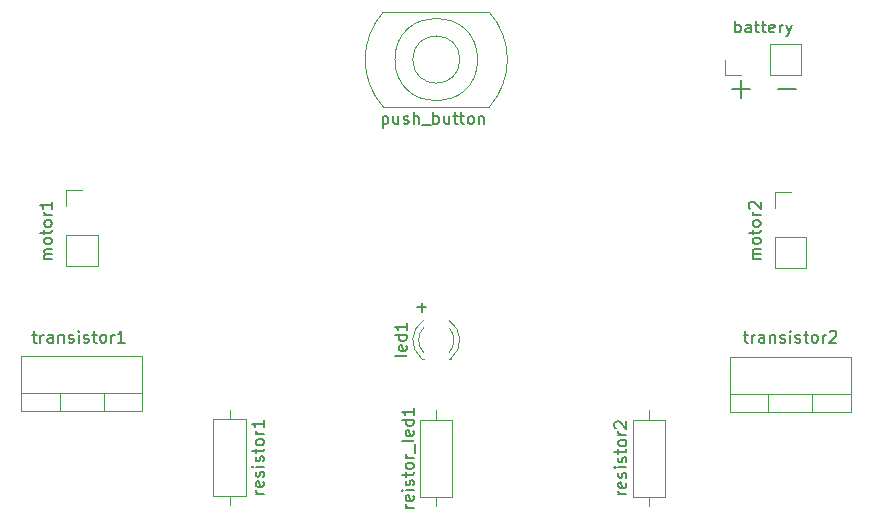
<source format=gbr>
%TF.GenerationSoftware,KiCad,Pcbnew,8.0.6*%
%TF.CreationDate,2024-11-17T18:19:46+01:00*%
%TF.ProjectId,MakerBot,4d616b65-7242-46f7-942e-6b696361645f,rev?*%
%TF.SameCoordinates,Original*%
%TF.FileFunction,Legend,Top*%
%TF.FilePolarity,Positive*%
%FSLAX46Y46*%
G04 Gerber Fmt 4.6, Leading zero omitted, Abs format (unit mm)*
G04 Created by KiCad (PCBNEW 8.0.6) date 2024-11-17 18:19:46*
%MOMM*%
%LPD*%
G01*
G04 APERTURE LIST*
%ADD10C,0.150000*%
%ADD11C,0.120000*%
%ADD12C,0.100000*%
G04 APERTURE END LIST*
D10*
X189163220Y-75988866D02*
X188401316Y-75988866D01*
X188782268Y-76369819D02*
X188782268Y-75607914D01*
X215074874Y-57485533D02*
X216598684Y-57485533D01*
X215836779Y-58247438D02*
X215836779Y-56723628D01*
X220425125Y-57485533D02*
X218901316Y-57485533D01*
X188084819Y-92940476D02*
X187418152Y-92940476D01*
X187608628Y-92940476D02*
X187513390Y-92892857D01*
X187513390Y-92892857D02*
X187465771Y-92845238D01*
X187465771Y-92845238D02*
X187418152Y-92750000D01*
X187418152Y-92750000D02*
X187418152Y-92654762D01*
X188037200Y-91940476D02*
X188084819Y-92035714D01*
X188084819Y-92035714D02*
X188084819Y-92226190D01*
X188084819Y-92226190D02*
X188037200Y-92321428D01*
X188037200Y-92321428D02*
X187941961Y-92369047D01*
X187941961Y-92369047D02*
X187561009Y-92369047D01*
X187561009Y-92369047D02*
X187465771Y-92321428D01*
X187465771Y-92321428D02*
X187418152Y-92226190D01*
X187418152Y-92226190D02*
X187418152Y-92035714D01*
X187418152Y-92035714D02*
X187465771Y-91940476D01*
X187465771Y-91940476D02*
X187561009Y-91892857D01*
X187561009Y-91892857D02*
X187656247Y-91892857D01*
X187656247Y-91892857D02*
X187751485Y-92369047D01*
X188084819Y-91464285D02*
X187418152Y-91464285D01*
X187084819Y-91464285D02*
X187132438Y-91511904D01*
X187132438Y-91511904D02*
X187180057Y-91464285D01*
X187180057Y-91464285D02*
X187132438Y-91416666D01*
X187132438Y-91416666D02*
X187084819Y-91464285D01*
X187084819Y-91464285D02*
X187180057Y-91464285D01*
X188037200Y-91035714D02*
X188084819Y-90940476D01*
X188084819Y-90940476D02*
X188084819Y-90750000D01*
X188084819Y-90750000D02*
X188037200Y-90654762D01*
X188037200Y-90654762D02*
X187941961Y-90607143D01*
X187941961Y-90607143D02*
X187894342Y-90607143D01*
X187894342Y-90607143D02*
X187799104Y-90654762D01*
X187799104Y-90654762D02*
X187751485Y-90750000D01*
X187751485Y-90750000D02*
X187751485Y-90892857D01*
X187751485Y-90892857D02*
X187703866Y-90988095D01*
X187703866Y-90988095D02*
X187608628Y-91035714D01*
X187608628Y-91035714D02*
X187561009Y-91035714D01*
X187561009Y-91035714D02*
X187465771Y-90988095D01*
X187465771Y-90988095D02*
X187418152Y-90892857D01*
X187418152Y-90892857D02*
X187418152Y-90750000D01*
X187418152Y-90750000D02*
X187465771Y-90654762D01*
X187418152Y-90321428D02*
X187418152Y-89940476D01*
X187084819Y-90178571D02*
X187941961Y-90178571D01*
X187941961Y-90178571D02*
X188037200Y-90130952D01*
X188037200Y-90130952D02*
X188084819Y-90035714D01*
X188084819Y-90035714D02*
X188084819Y-89940476D01*
X188084819Y-89464285D02*
X188037200Y-89559523D01*
X188037200Y-89559523D02*
X187989580Y-89607142D01*
X187989580Y-89607142D02*
X187894342Y-89654761D01*
X187894342Y-89654761D02*
X187608628Y-89654761D01*
X187608628Y-89654761D02*
X187513390Y-89607142D01*
X187513390Y-89607142D02*
X187465771Y-89559523D01*
X187465771Y-89559523D02*
X187418152Y-89464285D01*
X187418152Y-89464285D02*
X187418152Y-89321428D01*
X187418152Y-89321428D02*
X187465771Y-89226190D01*
X187465771Y-89226190D02*
X187513390Y-89178571D01*
X187513390Y-89178571D02*
X187608628Y-89130952D01*
X187608628Y-89130952D02*
X187894342Y-89130952D01*
X187894342Y-89130952D02*
X187989580Y-89178571D01*
X187989580Y-89178571D02*
X188037200Y-89226190D01*
X188037200Y-89226190D02*
X188084819Y-89321428D01*
X188084819Y-89321428D02*
X188084819Y-89464285D01*
X188084819Y-88702380D02*
X187418152Y-88702380D01*
X187608628Y-88702380D02*
X187513390Y-88654761D01*
X187513390Y-88654761D02*
X187465771Y-88607142D01*
X187465771Y-88607142D02*
X187418152Y-88511904D01*
X187418152Y-88511904D02*
X187418152Y-88416666D01*
X188180057Y-88321428D02*
X188180057Y-87559523D01*
X188084819Y-87178570D02*
X188037200Y-87273808D01*
X188037200Y-87273808D02*
X187941961Y-87321427D01*
X187941961Y-87321427D02*
X187084819Y-87321427D01*
X188037200Y-86416665D02*
X188084819Y-86511903D01*
X188084819Y-86511903D02*
X188084819Y-86702379D01*
X188084819Y-86702379D02*
X188037200Y-86797617D01*
X188037200Y-86797617D02*
X187941961Y-86845236D01*
X187941961Y-86845236D02*
X187561009Y-86845236D01*
X187561009Y-86845236D02*
X187465771Y-86797617D01*
X187465771Y-86797617D02*
X187418152Y-86702379D01*
X187418152Y-86702379D02*
X187418152Y-86511903D01*
X187418152Y-86511903D02*
X187465771Y-86416665D01*
X187465771Y-86416665D02*
X187561009Y-86369046D01*
X187561009Y-86369046D02*
X187656247Y-86369046D01*
X187656247Y-86369046D02*
X187751485Y-86845236D01*
X188084819Y-85511903D02*
X187084819Y-85511903D01*
X188037200Y-85511903D02*
X188084819Y-85607141D01*
X188084819Y-85607141D02*
X188084819Y-85797617D01*
X188084819Y-85797617D02*
X188037200Y-85892855D01*
X188037200Y-85892855D02*
X187989580Y-85940474D01*
X187989580Y-85940474D02*
X187894342Y-85988093D01*
X187894342Y-85988093D02*
X187608628Y-85988093D01*
X187608628Y-85988093D02*
X187513390Y-85940474D01*
X187513390Y-85940474D02*
X187465771Y-85892855D01*
X187465771Y-85892855D02*
X187418152Y-85797617D01*
X187418152Y-85797617D02*
X187418152Y-85607141D01*
X187418152Y-85607141D02*
X187465771Y-85511903D01*
X188084819Y-84511903D02*
X188084819Y-85083331D01*
X188084819Y-84797617D02*
X187084819Y-84797617D01*
X187084819Y-84797617D02*
X187227676Y-84892855D01*
X187227676Y-84892855D02*
X187322914Y-84988093D01*
X187322914Y-84988093D02*
X187370533Y-85083331D01*
X185464285Y-59788152D02*
X185464285Y-60788152D01*
X185464285Y-59835771D02*
X185559523Y-59788152D01*
X185559523Y-59788152D02*
X185749999Y-59788152D01*
X185749999Y-59788152D02*
X185845237Y-59835771D01*
X185845237Y-59835771D02*
X185892856Y-59883390D01*
X185892856Y-59883390D02*
X185940475Y-59978628D01*
X185940475Y-59978628D02*
X185940475Y-60264342D01*
X185940475Y-60264342D02*
X185892856Y-60359580D01*
X185892856Y-60359580D02*
X185845237Y-60407200D01*
X185845237Y-60407200D02*
X185749999Y-60454819D01*
X185749999Y-60454819D02*
X185559523Y-60454819D01*
X185559523Y-60454819D02*
X185464285Y-60407200D01*
X186797618Y-59788152D02*
X186797618Y-60454819D01*
X186369047Y-59788152D02*
X186369047Y-60311961D01*
X186369047Y-60311961D02*
X186416666Y-60407200D01*
X186416666Y-60407200D02*
X186511904Y-60454819D01*
X186511904Y-60454819D02*
X186654761Y-60454819D01*
X186654761Y-60454819D02*
X186749999Y-60407200D01*
X186749999Y-60407200D02*
X186797618Y-60359580D01*
X187226190Y-60407200D02*
X187321428Y-60454819D01*
X187321428Y-60454819D02*
X187511904Y-60454819D01*
X187511904Y-60454819D02*
X187607142Y-60407200D01*
X187607142Y-60407200D02*
X187654761Y-60311961D01*
X187654761Y-60311961D02*
X187654761Y-60264342D01*
X187654761Y-60264342D02*
X187607142Y-60169104D01*
X187607142Y-60169104D02*
X187511904Y-60121485D01*
X187511904Y-60121485D02*
X187369047Y-60121485D01*
X187369047Y-60121485D02*
X187273809Y-60073866D01*
X187273809Y-60073866D02*
X187226190Y-59978628D01*
X187226190Y-59978628D02*
X187226190Y-59931009D01*
X187226190Y-59931009D02*
X187273809Y-59835771D01*
X187273809Y-59835771D02*
X187369047Y-59788152D01*
X187369047Y-59788152D02*
X187511904Y-59788152D01*
X187511904Y-59788152D02*
X187607142Y-59835771D01*
X188083333Y-60454819D02*
X188083333Y-59454819D01*
X188511904Y-60454819D02*
X188511904Y-59931009D01*
X188511904Y-59931009D02*
X188464285Y-59835771D01*
X188464285Y-59835771D02*
X188369047Y-59788152D01*
X188369047Y-59788152D02*
X188226190Y-59788152D01*
X188226190Y-59788152D02*
X188130952Y-59835771D01*
X188130952Y-59835771D02*
X188083333Y-59883390D01*
X188750000Y-60550057D02*
X189511904Y-60550057D01*
X189750000Y-60454819D02*
X189750000Y-59454819D01*
X189750000Y-59835771D02*
X189845238Y-59788152D01*
X189845238Y-59788152D02*
X190035714Y-59788152D01*
X190035714Y-59788152D02*
X190130952Y-59835771D01*
X190130952Y-59835771D02*
X190178571Y-59883390D01*
X190178571Y-59883390D02*
X190226190Y-59978628D01*
X190226190Y-59978628D02*
X190226190Y-60264342D01*
X190226190Y-60264342D02*
X190178571Y-60359580D01*
X190178571Y-60359580D02*
X190130952Y-60407200D01*
X190130952Y-60407200D02*
X190035714Y-60454819D01*
X190035714Y-60454819D02*
X189845238Y-60454819D01*
X189845238Y-60454819D02*
X189750000Y-60407200D01*
X191083333Y-59788152D02*
X191083333Y-60454819D01*
X190654762Y-59788152D02*
X190654762Y-60311961D01*
X190654762Y-60311961D02*
X190702381Y-60407200D01*
X190702381Y-60407200D02*
X190797619Y-60454819D01*
X190797619Y-60454819D02*
X190940476Y-60454819D01*
X190940476Y-60454819D02*
X191035714Y-60407200D01*
X191035714Y-60407200D02*
X191083333Y-60359580D01*
X191416667Y-59788152D02*
X191797619Y-59788152D01*
X191559524Y-59454819D02*
X191559524Y-60311961D01*
X191559524Y-60311961D02*
X191607143Y-60407200D01*
X191607143Y-60407200D02*
X191702381Y-60454819D01*
X191702381Y-60454819D02*
X191797619Y-60454819D01*
X191988096Y-59788152D02*
X192369048Y-59788152D01*
X192130953Y-59454819D02*
X192130953Y-60311961D01*
X192130953Y-60311961D02*
X192178572Y-60407200D01*
X192178572Y-60407200D02*
X192273810Y-60454819D01*
X192273810Y-60454819D02*
X192369048Y-60454819D01*
X192845239Y-60454819D02*
X192750001Y-60407200D01*
X192750001Y-60407200D02*
X192702382Y-60359580D01*
X192702382Y-60359580D02*
X192654763Y-60264342D01*
X192654763Y-60264342D02*
X192654763Y-59978628D01*
X192654763Y-59978628D02*
X192702382Y-59883390D01*
X192702382Y-59883390D02*
X192750001Y-59835771D01*
X192750001Y-59835771D02*
X192845239Y-59788152D01*
X192845239Y-59788152D02*
X192988096Y-59788152D01*
X192988096Y-59788152D02*
X193083334Y-59835771D01*
X193083334Y-59835771D02*
X193130953Y-59883390D01*
X193130953Y-59883390D02*
X193178572Y-59978628D01*
X193178572Y-59978628D02*
X193178572Y-60264342D01*
X193178572Y-60264342D02*
X193130953Y-60359580D01*
X193130953Y-60359580D02*
X193083334Y-60407200D01*
X193083334Y-60407200D02*
X192988096Y-60454819D01*
X192988096Y-60454819D02*
X192845239Y-60454819D01*
X193607144Y-59788152D02*
X193607144Y-60454819D01*
X193607144Y-59883390D02*
X193654763Y-59835771D01*
X193654763Y-59835771D02*
X193750001Y-59788152D01*
X193750001Y-59788152D02*
X193892858Y-59788152D01*
X193892858Y-59788152D02*
X193988096Y-59835771D01*
X193988096Y-59835771D02*
X194035715Y-59931009D01*
X194035715Y-59931009D02*
X194035715Y-60454819D01*
X217454819Y-71904761D02*
X216788152Y-71904761D01*
X216883390Y-71904761D02*
X216835771Y-71857142D01*
X216835771Y-71857142D02*
X216788152Y-71761904D01*
X216788152Y-71761904D02*
X216788152Y-71619047D01*
X216788152Y-71619047D02*
X216835771Y-71523809D01*
X216835771Y-71523809D02*
X216931009Y-71476190D01*
X216931009Y-71476190D02*
X217454819Y-71476190D01*
X216931009Y-71476190D02*
X216835771Y-71428571D01*
X216835771Y-71428571D02*
X216788152Y-71333333D01*
X216788152Y-71333333D02*
X216788152Y-71190476D01*
X216788152Y-71190476D02*
X216835771Y-71095237D01*
X216835771Y-71095237D02*
X216931009Y-71047618D01*
X216931009Y-71047618D02*
X217454819Y-71047618D01*
X217454819Y-70428571D02*
X217407200Y-70523809D01*
X217407200Y-70523809D02*
X217359580Y-70571428D01*
X217359580Y-70571428D02*
X217264342Y-70619047D01*
X217264342Y-70619047D02*
X216978628Y-70619047D01*
X216978628Y-70619047D02*
X216883390Y-70571428D01*
X216883390Y-70571428D02*
X216835771Y-70523809D01*
X216835771Y-70523809D02*
X216788152Y-70428571D01*
X216788152Y-70428571D02*
X216788152Y-70285714D01*
X216788152Y-70285714D02*
X216835771Y-70190476D01*
X216835771Y-70190476D02*
X216883390Y-70142857D01*
X216883390Y-70142857D02*
X216978628Y-70095238D01*
X216978628Y-70095238D02*
X217264342Y-70095238D01*
X217264342Y-70095238D02*
X217359580Y-70142857D01*
X217359580Y-70142857D02*
X217407200Y-70190476D01*
X217407200Y-70190476D02*
X217454819Y-70285714D01*
X217454819Y-70285714D02*
X217454819Y-70428571D01*
X216788152Y-69809523D02*
X216788152Y-69428571D01*
X216454819Y-69666666D02*
X217311961Y-69666666D01*
X217311961Y-69666666D02*
X217407200Y-69619047D01*
X217407200Y-69619047D02*
X217454819Y-69523809D01*
X217454819Y-69523809D02*
X217454819Y-69428571D01*
X217454819Y-68952380D02*
X217407200Y-69047618D01*
X217407200Y-69047618D02*
X217359580Y-69095237D01*
X217359580Y-69095237D02*
X217264342Y-69142856D01*
X217264342Y-69142856D02*
X216978628Y-69142856D01*
X216978628Y-69142856D02*
X216883390Y-69095237D01*
X216883390Y-69095237D02*
X216835771Y-69047618D01*
X216835771Y-69047618D02*
X216788152Y-68952380D01*
X216788152Y-68952380D02*
X216788152Y-68809523D01*
X216788152Y-68809523D02*
X216835771Y-68714285D01*
X216835771Y-68714285D02*
X216883390Y-68666666D01*
X216883390Y-68666666D02*
X216978628Y-68619047D01*
X216978628Y-68619047D02*
X217264342Y-68619047D01*
X217264342Y-68619047D02*
X217359580Y-68666666D01*
X217359580Y-68666666D02*
X217407200Y-68714285D01*
X217407200Y-68714285D02*
X217454819Y-68809523D01*
X217454819Y-68809523D02*
X217454819Y-68952380D01*
X217454819Y-68190475D02*
X216788152Y-68190475D01*
X216978628Y-68190475D02*
X216883390Y-68142856D01*
X216883390Y-68142856D02*
X216835771Y-68095237D01*
X216835771Y-68095237D02*
X216788152Y-67999999D01*
X216788152Y-67999999D02*
X216788152Y-67904761D01*
X216550057Y-67619046D02*
X216502438Y-67571427D01*
X216502438Y-67571427D02*
X216454819Y-67476189D01*
X216454819Y-67476189D02*
X216454819Y-67238094D01*
X216454819Y-67238094D02*
X216502438Y-67142856D01*
X216502438Y-67142856D02*
X216550057Y-67095237D01*
X216550057Y-67095237D02*
X216645295Y-67047618D01*
X216645295Y-67047618D02*
X216740533Y-67047618D01*
X216740533Y-67047618D02*
X216883390Y-67095237D01*
X216883390Y-67095237D02*
X217454819Y-67666665D01*
X217454819Y-67666665D02*
X217454819Y-67047618D01*
X206084819Y-91821428D02*
X205418152Y-91821428D01*
X205608628Y-91821428D02*
X205513390Y-91773809D01*
X205513390Y-91773809D02*
X205465771Y-91726190D01*
X205465771Y-91726190D02*
X205418152Y-91630952D01*
X205418152Y-91630952D02*
X205418152Y-91535714D01*
X206037200Y-90821428D02*
X206084819Y-90916666D01*
X206084819Y-90916666D02*
X206084819Y-91107142D01*
X206084819Y-91107142D02*
X206037200Y-91202380D01*
X206037200Y-91202380D02*
X205941961Y-91249999D01*
X205941961Y-91249999D02*
X205561009Y-91249999D01*
X205561009Y-91249999D02*
X205465771Y-91202380D01*
X205465771Y-91202380D02*
X205418152Y-91107142D01*
X205418152Y-91107142D02*
X205418152Y-90916666D01*
X205418152Y-90916666D02*
X205465771Y-90821428D01*
X205465771Y-90821428D02*
X205561009Y-90773809D01*
X205561009Y-90773809D02*
X205656247Y-90773809D01*
X205656247Y-90773809D02*
X205751485Y-91249999D01*
X206037200Y-90392856D02*
X206084819Y-90297618D01*
X206084819Y-90297618D02*
X206084819Y-90107142D01*
X206084819Y-90107142D02*
X206037200Y-90011904D01*
X206037200Y-90011904D02*
X205941961Y-89964285D01*
X205941961Y-89964285D02*
X205894342Y-89964285D01*
X205894342Y-89964285D02*
X205799104Y-90011904D01*
X205799104Y-90011904D02*
X205751485Y-90107142D01*
X205751485Y-90107142D02*
X205751485Y-90249999D01*
X205751485Y-90249999D02*
X205703866Y-90345237D01*
X205703866Y-90345237D02*
X205608628Y-90392856D01*
X205608628Y-90392856D02*
X205561009Y-90392856D01*
X205561009Y-90392856D02*
X205465771Y-90345237D01*
X205465771Y-90345237D02*
X205418152Y-90249999D01*
X205418152Y-90249999D02*
X205418152Y-90107142D01*
X205418152Y-90107142D02*
X205465771Y-90011904D01*
X206084819Y-89535713D02*
X205418152Y-89535713D01*
X205084819Y-89535713D02*
X205132438Y-89583332D01*
X205132438Y-89583332D02*
X205180057Y-89535713D01*
X205180057Y-89535713D02*
X205132438Y-89488094D01*
X205132438Y-89488094D02*
X205084819Y-89535713D01*
X205084819Y-89535713D02*
X205180057Y-89535713D01*
X206037200Y-89107142D02*
X206084819Y-89011904D01*
X206084819Y-89011904D02*
X206084819Y-88821428D01*
X206084819Y-88821428D02*
X206037200Y-88726190D01*
X206037200Y-88726190D02*
X205941961Y-88678571D01*
X205941961Y-88678571D02*
X205894342Y-88678571D01*
X205894342Y-88678571D02*
X205799104Y-88726190D01*
X205799104Y-88726190D02*
X205751485Y-88821428D01*
X205751485Y-88821428D02*
X205751485Y-88964285D01*
X205751485Y-88964285D02*
X205703866Y-89059523D01*
X205703866Y-89059523D02*
X205608628Y-89107142D01*
X205608628Y-89107142D02*
X205561009Y-89107142D01*
X205561009Y-89107142D02*
X205465771Y-89059523D01*
X205465771Y-89059523D02*
X205418152Y-88964285D01*
X205418152Y-88964285D02*
X205418152Y-88821428D01*
X205418152Y-88821428D02*
X205465771Y-88726190D01*
X205418152Y-88392856D02*
X205418152Y-88011904D01*
X205084819Y-88249999D02*
X205941961Y-88249999D01*
X205941961Y-88249999D02*
X206037200Y-88202380D01*
X206037200Y-88202380D02*
X206084819Y-88107142D01*
X206084819Y-88107142D02*
X206084819Y-88011904D01*
X206084819Y-87535713D02*
X206037200Y-87630951D01*
X206037200Y-87630951D02*
X205989580Y-87678570D01*
X205989580Y-87678570D02*
X205894342Y-87726189D01*
X205894342Y-87726189D02*
X205608628Y-87726189D01*
X205608628Y-87726189D02*
X205513390Y-87678570D01*
X205513390Y-87678570D02*
X205465771Y-87630951D01*
X205465771Y-87630951D02*
X205418152Y-87535713D01*
X205418152Y-87535713D02*
X205418152Y-87392856D01*
X205418152Y-87392856D02*
X205465771Y-87297618D01*
X205465771Y-87297618D02*
X205513390Y-87249999D01*
X205513390Y-87249999D02*
X205608628Y-87202380D01*
X205608628Y-87202380D02*
X205894342Y-87202380D01*
X205894342Y-87202380D02*
X205989580Y-87249999D01*
X205989580Y-87249999D02*
X206037200Y-87297618D01*
X206037200Y-87297618D02*
X206084819Y-87392856D01*
X206084819Y-87392856D02*
X206084819Y-87535713D01*
X206084819Y-86773808D02*
X205418152Y-86773808D01*
X205608628Y-86773808D02*
X205513390Y-86726189D01*
X205513390Y-86726189D02*
X205465771Y-86678570D01*
X205465771Y-86678570D02*
X205418152Y-86583332D01*
X205418152Y-86583332D02*
X205418152Y-86488094D01*
X205180057Y-86202379D02*
X205132438Y-86154760D01*
X205132438Y-86154760D02*
X205084819Y-86059522D01*
X205084819Y-86059522D02*
X205084819Y-85821427D01*
X205084819Y-85821427D02*
X205132438Y-85726189D01*
X205132438Y-85726189D02*
X205180057Y-85678570D01*
X205180057Y-85678570D02*
X205275295Y-85630951D01*
X205275295Y-85630951D02*
X205370533Y-85630951D01*
X205370533Y-85630951D02*
X205513390Y-85678570D01*
X205513390Y-85678570D02*
X206084819Y-86249998D01*
X206084819Y-86249998D02*
X206084819Y-85630951D01*
X157454819Y-71904761D02*
X156788152Y-71904761D01*
X156883390Y-71904761D02*
X156835771Y-71857142D01*
X156835771Y-71857142D02*
X156788152Y-71761904D01*
X156788152Y-71761904D02*
X156788152Y-71619047D01*
X156788152Y-71619047D02*
X156835771Y-71523809D01*
X156835771Y-71523809D02*
X156931009Y-71476190D01*
X156931009Y-71476190D02*
X157454819Y-71476190D01*
X156931009Y-71476190D02*
X156835771Y-71428571D01*
X156835771Y-71428571D02*
X156788152Y-71333333D01*
X156788152Y-71333333D02*
X156788152Y-71190476D01*
X156788152Y-71190476D02*
X156835771Y-71095237D01*
X156835771Y-71095237D02*
X156931009Y-71047618D01*
X156931009Y-71047618D02*
X157454819Y-71047618D01*
X157454819Y-70428571D02*
X157407200Y-70523809D01*
X157407200Y-70523809D02*
X157359580Y-70571428D01*
X157359580Y-70571428D02*
X157264342Y-70619047D01*
X157264342Y-70619047D02*
X156978628Y-70619047D01*
X156978628Y-70619047D02*
X156883390Y-70571428D01*
X156883390Y-70571428D02*
X156835771Y-70523809D01*
X156835771Y-70523809D02*
X156788152Y-70428571D01*
X156788152Y-70428571D02*
X156788152Y-70285714D01*
X156788152Y-70285714D02*
X156835771Y-70190476D01*
X156835771Y-70190476D02*
X156883390Y-70142857D01*
X156883390Y-70142857D02*
X156978628Y-70095238D01*
X156978628Y-70095238D02*
X157264342Y-70095238D01*
X157264342Y-70095238D02*
X157359580Y-70142857D01*
X157359580Y-70142857D02*
X157407200Y-70190476D01*
X157407200Y-70190476D02*
X157454819Y-70285714D01*
X157454819Y-70285714D02*
X157454819Y-70428571D01*
X156788152Y-69809523D02*
X156788152Y-69428571D01*
X156454819Y-69666666D02*
X157311961Y-69666666D01*
X157311961Y-69666666D02*
X157407200Y-69619047D01*
X157407200Y-69619047D02*
X157454819Y-69523809D01*
X157454819Y-69523809D02*
X157454819Y-69428571D01*
X157454819Y-68952380D02*
X157407200Y-69047618D01*
X157407200Y-69047618D02*
X157359580Y-69095237D01*
X157359580Y-69095237D02*
X157264342Y-69142856D01*
X157264342Y-69142856D02*
X156978628Y-69142856D01*
X156978628Y-69142856D02*
X156883390Y-69095237D01*
X156883390Y-69095237D02*
X156835771Y-69047618D01*
X156835771Y-69047618D02*
X156788152Y-68952380D01*
X156788152Y-68952380D02*
X156788152Y-68809523D01*
X156788152Y-68809523D02*
X156835771Y-68714285D01*
X156835771Y-68714285D02*
X156883390Y-68666666D01*
X156883390Y-68666666D02*
X156978628Y-68619047D01*
X156978628Y-68619047D02*
X157264342Y-68619047D01*
X157264342Y-68619047D02*
X157359580Y-68666666D01*
X157359580Y-68666666D02*
X157407200Y-68714285D01*
X157407200Y-68714285D02*
X157454819Y-68809523D01*
X157454819Y-68809523D02*
X157454819Y-68952380D01*
X157454819Y-68190475D02*
X156788152Y-68190475D01*
X156978628Y-68190475D02*
X156883390Y-68142856D01*
X156883390Y-68142856D02*
X156835771Y-68095237D01*
X156835771Y-68095237D02*
X156788152Y-67999999D01*
X156788152Y-67999999D02*
X156788152Y-67904761D01*
X157454819Y-67047618D02*
X157454819Y-67619046D01*
X157454819Y-67333332D02*
X156454819Y-67333332D01*
X156454819Y-67333332D02*
X156597676Y-67428570D01*
X156597676Y-67428570D02*
X156692914Y-67523808D01*
X156692914Y-67523808D02*
X156740533Y-67619046D01*
X216023809Y-78288152D02*
X216404761Y-78288152D01*
X216166666Y-77954819D02*
X216166666Y-78811961D01*
X216166666Y-78811961D02*
X216214285Y-78907200D01*
X216214285Y-78907200D02*
X216309523Y-78954819D01*
X216309523Y-78954819D02*
X216404761Y-78954819D01*
X216738095Y-78954819D02*
X216738095Y-78288152D01*
X216738095Y-78478628D02*
X216785714Y-78383390D01*
X216785714Y-78383390D02*
X216833333Y-78335771D01*
X216833333Y-78335771D02*
X216928571Y-78288152D01*
X216928571Y-78288152D02*
X217023809Y-78288152D01*
X217785714Y-78954819D02*
X217785714Y-78431009D01*
X217785714Y-78431009D02*
X217738095Y-78335771D01*
X217738095Y-78335771D02*
X217642857Y-78288152D01*
X217642857Y-78288152D02*
X217452381Y-78288152D01*
X217452381Y-78288152D02*
X217357143Y-78335771D01*
X217785714Y-78907200D02*
X217690476Y-78954819D01*
X217690476Y-78954819D02*
X217452381Y-78954819D01*
X217452381Y-78954819D02*
X217357143Y-78907200D01*
X217357143Y-78907200D02*
X217309524Y-78811961D01*
X217309524Y-78811961D02*
X217309524Y-78716723D01*
X217309524Y-78716723D02*
X217357143Y-78621485D01*
X217357143Y-78621485D02*
X217452381Y-78573866D01*
X217452381Y-78573866D02*
X217690476Y-78573866D01*
X217690476Y-78573866D02*
X217785714Y-78526247D01*
X218261905Y-78288152D02*
X218261905Y-78954819D01*
X218261905Y-78383390D02*
X218309524Y-78335771D01*
X218309524Y-78335771D02*
X218404762Y-78288152D01*
X218404762Y-78288152D02*
X218547619Y-78288152D01*
X218547619Y-78288152D02*
X218642857Y-78335771D01*
X218642857Y-78335771D02*
X218690476Y-78431009D01*
X218690476Y-78431009D02*
X218690476Y-78954819D01*
X219119048Y-78907200D02*
X219214286Y-78954819D01*
X219214286Y-78954819D02*
X219404762Y-78954819D01*
X219404762Y-78954819D02*
X219500000Y-78907200D01*
X219500000Y-78907200D02*
X219547619Y-78811961D01*
X219547619Y-78811961D02*
X219547619Y-78764342D01*
X219547619Y-78764342D02*
X219500000Y-78669104D01*
X219500000Y-78669104D02*
X219404762Y-78621485D01*
X219404762Y-78621485D02*
X219261905Y-78621485D01*
X219261905Y-78621485D02*
X219166667Y-78573866D01*
X219166667Y-78573866D02*
X219119048Y-78478628D01*
X219119048Y-78478628D02*
X219119048Y-78431009D01*
X219119048Y-78431009D02*
X219166667Y-78335771D01*
X219166667Y-78335771D02*
X219261905Y-78288152D01*
X219261905Y-78288152D02*
X219404762Y-78288152D01*
X219404762Y-78288152D02*
X219500000Y-78335771D01*
X219976191Y-78954819D02*
X219976191Y-78288152D01*
X219976191Y-77954819D02*
X219928572Y-78002438D01*
X219928572Y-78002438D02*
X219976191Y-78050057D01*
X219976191Y-78050057D02*
X220023810Y-78002438D01*
X220023810Y-78002438D02*
X219976191Y-77954819D01*
X219976191Y-77954819D02*
X219976191Y-78050057D01*
X220404762Y-78907200D02*
X220500000Y-78954819D01*
X220500000Y-78954819D02*
X220690476Y-78954819D01*
X220690476Y-78954819D02*
X220785714Y-78907200D01*
X220785714Y-78907200D02*
X220833333Y-78811961D01*
X220833333Y-78811961D02*
X220833333Y-78764342D01*
X220833333Y-78764342D02*
X220785714Y-78669104D01*
X220785714Y-78669104D02*
X220690476Y-78621485D01*
X220690476Y-78621485D02*
X220547619Y-78621485D01*
X220547619Y-78621485D02*
X220452381Y-78573866D01*
X220452381Y-78573866D02*
X220404762Y-78478628D01*
X220404762Y-78478628D02*
X220404762Y-78431009D01*
X220404762Y-78431009D02*
X220452381Y-78335771D01*
X220452381Y-78335771D02*
X220547619Y-78288152D01*
X220547619Y-78288152D02*
X220690476Y-78288152D01*
X220690476Y-78288152D02*
X220785714Y-78335771D01*
X221119048Y-78288152D02*
X221500000Y-78288152D01*
X221261905Y-77954819D02*
X221261905Y-78811961D01*
X221261905Y-78811961D02*
X221309524Y-78907200D01*
X221309524Y-78907200D02*
X221404762Y-78954819D01*
X221404762Y-78954819D02*
X221500000Y-78954819D01*
X221976191Y-78954819D02*
X221880953Y-78907200D01*
X221880953Y-78907200D02*
X221833334Y-78859580D01*
X221833334Y-78859580D02*
X221785715Y-78764342D01*
X221785715Y-78764342D02*
X221785715Y-78478628D01*
X221785715Y-78478628D02*
X221833334Y-78383390D01*
X221833334Y-78383390D02*
X221880953Y-78335771D01*
X221880953Y-78335771D02*
X221976191Y-78288152D01*
X221976191Y-78288152D02*
X222119048Y-78288152D01*
X222119048Y-78288152D02*
X222214286Y-78335771D01*
X222214286Y-78335771D02*
X222261905Y-78383390D01*
X222261905Y-78383390D02*
X222309524Y-78478628D01*
X222309524Y-78478628D02*
X222309524Y-78764342D01*
X222309524Y-78764342D02*
X222261905Y-78859580D01*
X222261905Y-78859580D02*
X222214286Y-78907200D01*
X222214286Y-78907200D02*
X222119048Y-78954819D01*
X222119048Y-78954819D02*
X221976191Y-78954819D01*
X222738096Y-78954819D02*
X222738096Y-78288152D01*
X222738096Y-78478628D02*
X222785715Y-78383390D01*
X222785715Y-78383390D02*
X222833334Y-78335771D01*
X222833334Y-78335771D02*
X222928572Y-78288152D01*
X222928572Y-78288152D02*
X223023810Y-78288152D01*
X223309525Y-78050057D02*
X223357144Y-78002438D01*
X223357144Y-78002438D02*
X223452382Y-77954819D01*
X223452382Y-77954819D02*
X223690477Y-77954819D01*
X223690477Y-77954819D02*
X223785715Y-78002438D01*
X223785715Y-78002438D02*
X223833334Y-78050057D01*
X223833334Y-78050057D02*
X223880953Y-78145295D01*
X223880953Y-78145295D02*
X223880953Y-78240533D01*
X223880953Y-78240533D02*
X223833334Y-78383390D01*
X223833334Y-78383390D02*
X223261906Y-78954819D01*
X223261906Y-78954819D02*
X223880953Y-78954819D01*
X175394819Y-91741428D02*
X174728152Y-91741428D01*
X174918628Y-91741428D02*
X174823390Y-91693809D01*
X174823390Y-91693809D02*
X174775771Y-91646190D01*
X174775771Y-91646190D02*
X174728152Y-91550952D01*
X174728152Y-91550952D02*
X174728152Y-91455714D01*
X175347200Y-90741428D02*
X175394819Y-90836666D01*
X175394819Y-90836666D02*
X175394819Y-91027142D01*
X175394819Y-91027142D02*
X175347200Y-91122380D01*
X175347200Y-91122380D02*
X175251961Y-91169999D01*
X175251961Y-91169999D02*
X174871009Y-91169999D01*
X174871009Y-91169999D02*
X174775771Y-91122380D01*
X174775771Y-91122380D02*
X174728152Y-91027142D01*
X174728152Y-91027142D02*
X174728152Y-90836666D01*
X174728152Y-90836666D02*
X174775771Y-90741428D01*
X174775771Y-90741428D02*
X174871009Y-90693809D01*
X174871009Y-90693809D02*
X174966247Y-90693809D01*
X174966247Y-90693809D02*
X175061485Y-91169999D01*
X175347200Y-90312856D02*
X175394819Y-90217618D01*
X175394819Y-90217618D02*
X175394819Y-90027142D01*
X175394819Y-90027142D02*
X175347200Y-89931904D01*
X175347200Y-89931904D02*
X175251961Y-89884285D01*
X175251961Y-89884285D02*
X175204342Y-89884285D01*
X175204342Y-89884285D02*
X175109104Y-89931904D01*
X175109104Y-89931904D02*
X175061485Y-90027142D01*
X175061485Y-90027142D02*
X175061485Y-90169999D01*
X175061485Y-90169999D02*
X175013866Y-90265237D01*
X175013866Y-90265237D02*
X174918628Y-90312856D01*
X174918628Y-90312856D02*
X174871009Y-90312856D01*
X174871009Y-90312856D02*
X174775771Y-90265237D01*
X174775771Y-90265237D02*
X174728152Y-90169999D01*
X174728152Y-90169999D02*
X174728152Y-90027142D01*
X174728152Y-90027142D02*
X174775771Y-89931904D01*
X175394819Y-89455713D02*
X174728152Y-89455713D01*
X174394819Y-89455713D02*
X174442438Y-89503332D01*
X174442438Y-89503332D02*
X174490057Y-89455713D01*
X174490057Y-89455713D02*
X174442438Y-89408094D01*
X174442438Y-89408094D02*
X174394819Y-89455713D01*
X174394819Y-89455713D02*
X174490057Y-89455713D01*
X175347200Y-89027142D02*
X175394819Y-88931904D01*
X175394819Y-88931904D02*
X175394819Y-88741428D01*
X175394819Y-88741428D02*
X175347200Y-88646190D01*
X175347200Y-88646190D02*
X175251961Y-88598571D01*
X175251961Y-88598571D02*
X175204342Y-88598571D01*
X175204342Y-88598571D02*
X175109104Y-88646190D01*
X175109104Y-88646190D02*
X175061485Y-88741428D01*
X175061485Y-88741428D02*
X175061485Y-88884285D01*
X175061485Y-88884285D02*
X175013866Y-88979523D01*
X175013866Y-88979523D02*
X174918628Y-89027142D01*
X174918628Y-89027142D02*
X174871009Y-89027142D01*
X174871009Y-89027142D02*
X174775771Y-88979523D01*
X174775771Y-88979523D02*
X174728152Y-88884285D01*
X174728152Y-88884285D02*
X174728152Y-88741428D01*
X174728152Y-88741428D02*
X174775771Y-88646190D01*
X174728152Y-88312856D02*
X174728152Y-87931904D01*
X174394819Y-88169999D02*
X175251961Y-88169999D01*
X175251961Y-88169999D02*
X175347200Y-88122380D01*
X175347200Y-88122380D02*
X175394819Y-88027142D01*
X175394819Y-88027142D02*
X175394819Y-87931904D01*
X175394819Y-87455713D02*
X175347200Y-87550951D01*
X175347200Y-87550951D02*
X175299580Y-87598570D01*
X175299580Y-87598570D02*
X175204342Y-87646189D01*
X175204342Y-87646189D02*
X174918628Y-87646189D01*
X174918628Y-87646189D02*
X174823390Y-87598570D01*
X174823390Y-87598570D02*
X174775771Y-87550951D01*
X174775771Y-87550951D02*
X174728152Y-87455713D01*
X174728152Y-87455713D02*
X174728152Y-87312856D01*
X174728152Y-87312856D02*
X174775771Y-87217618D01*
X174775771Y-87217618D02*
X174823390Y-87169999D01*
X174823390Y-87169999D02*
X174918628Y-87122380D01*
X174918628Y-87122380D02*
X175204342Y-87122380D01*
X175204342Y-87122380D02*
X175299580Y-87169999D01*
X175299580Y-87169999D02*
X175347200Y-87217618D01*
X175347200Y-87217618D02*
X175394819Y-87312856D01*
X175394819Y-87312856D02*
X175394819Y-87455713D01*
X175394819Y-86693808D02*
X174728152Y-86693808D01*
X174918628Y-86693808D02*
X174823390Y-86646189D01*
X174823390Y-86646189D02*
X174775771Y-86598570D01*
X174775771Y-86598570D02*
X174728152Y-86503332D01*
X174728152Y-86503332D02*
X174728152Y-86408094D01*
X175394819Y-85550951D02*
X175394819Y-86122379D01*
X175394819Y-85836665D02*
X174394819Y-85836665D01*
X174394819Y-85836665D02*
X174537676Y-85931903D01*
X174537676Y-85931903D02*
X174632914Y-86027141D01*
X174632914Y-86027141D02*
X174680533Y-86122379D01*
X215300356Y-52704819D02*
X215300356Y-51704819D01*
X215300356Y-52085771D02*
X215395594Y-52038152D01*
X215395594Y-52038152D02*
X215586070Y-52038152D01*
X215586070Y-52038152D02*
X215681308Y-52085771D01*
X215681308Y-52085771D02*
X215728927Y-52133390D01*
X215728927Y-52133390D02*
X215776546Y-52228628D01*
X215776546Y-52228628D02*
X215776546Y-52514342D01*
X215776546Y-52514342D02*
X215728927Y-52609580D01*
X215728927Y-52609580D02*
X215681308Y-52657200D01*
X215681308Y-52657200D02*
X215586070Y-52704819D01*
X215586070Y-52704819D02*
X215395594Y-52704819D01*
X215395594Y-52704819D02*
X215300356Y-52657200D01*
X216633689Y-52704819D02*
X216633689Y-52181009D01*
X216633689Y-52181009D02*
X216586070Y-52085771D01*
X216586070Y-52085771D02*
X216490832Y-52038152D01*
X216490832Y-52038152D02*
X216300356Y-52038152D01*
X216300356Y-52038152D02*
X216205118Y-52085771D01*
X216633689Y-52657200D02*
X216538451Y-52704819D01*
X216538451Y-52704819D02*
X216300356Y-52704819D01*
X216300356Y-52704819D02*
X216205118Y-52657200D01*
X216205118Y-52657200D02*
X216157499Y-52561961D01*
X216157499Y-52561961D02*
X216157499Y-52466723D01*
X216157499Y-52466723D02*
X216205118Y-52371485D01*
X216205118Y-52371485D02*
X216300356Y-52323866D01*
X216300356Y-52323866D02*
X216538451Y-52323866D01*
X216538451Y-52323866D02*
X216633689Y-52276247D01*
X216967023Y-52038152D02*
X217347975Y-52038152D01*
X217109880Y-51704819D02*
X217109880Y-52561961D01*
X217109880Y-52561961D02*
X217157499Y-52657200D01*
X217157499Y-52657200D02*
X217252737Y-52704819D01*
X217252737Y-52704819D02*
X217347975Y-52704819D01*
X217538452Y-52038152D02*
X217919404Y-52038152D01*
X217681309Y-51704819D02*
X217681309Y-52561961D01*
X217681309Y-52561961D02*
X217728928Y-52657200D01*
X217728928Y-52657200D02*
X217824166Y-52704819D01*
X217824166Y-52704819D02*
X217919404Y-52704819D01*
X218633690Y-52657200D02*
X218538452Y-52704819D01*
X218538452Y-52704819D02*
X218347976Y-52704819D01*
X218347976Y-52704819D02*
X218252738Y-52657200D01*
X218252738Y-52657200D02*
X218205119Y-52561961D01*
X218205119Y-52561961D02*
X218205119Y-52181009D01*
X218205119Y-52181009D02*
X218252738Y-52085771D01*
X218252738Y-52085771D02*
X218347976Y-52038152D01*
X218347976Y-52038152D02*
X218538452Y-52038152D01*
X218538452Y-52038152D02*
X218633690Y-52085771D01*
X218633690Y-52085771D02*
X218681309Y-52181009D01*
X218681309Y-52181009D02*
X218681309Y-52276247D01*
X218681309Y-52276247D02*
X218205119Y-52371485D01*
X219109881Y-52704819D02*
X219109881Y-52038152D01*
X219109881Y-52228628D02*
X219157500Y-52133390D01*
X219157500Y-52133390D02*
X219205119Y-52085771D01*
X219205119Y-52085771D02*
X219300357Y-52038152D01*
X219300357Y-52038152D02*
X219395595Y-52038152D01*
X219633691Y-52038152D02*
X219871786Y-52704819D01*
X220109881Y-52038152D02*
X219871786Y-52704819D01*
X219871786Y-52704819D02*
X219776548Y-52942914D01*
X219776548Y-52942914D02*
X219728929Y-52990533D01*
X219728929Y-52990533D02*
X219633691Y-53038152D01*
X187494819Y-79993095D02*
X187447200Y-80088333D01*
X187447200Y-80088333D02*
X187351961Y-80135952D01*
X187351961Y-80135952D02*
X186494819Y-80135952D01*
X187447200Y-79231190D02*
X187494819Y-79326428D01*
X187494819Y-79326428D02*
X187494819Y-79516904D01*
X187494819Y-79516904D02*
X187447200Y-79612142D01*
X187447200Y-79612142D02*
X187351961Y-79659761D01*
X187351961Y-79659761D02*
X186971009Y-79659761D01*
X186971009Y-79659761D02*
X186875771Y-79612142D01*
X186875771Y-79612142D02*
X186828152Y-79516904D01*
X186828152Y-79516904D02*
X186828152Y-79326428D01*
X186828152Y-79326428D02*
X186875771Y-79231190D01*
X186875771Y-79231190D02*
X186971009Y-79183571D01*
X186971009Y-79183571D02*
X187066247Y-79183571D01*
X187066247Y-79183571D02*
X187161485Y-79659761D01*
X187494819Y-78326428D02*
X186494819Y-78326428D01*
X187447200Y-78326428D02*
X187494819Y-78421666D01*
X187494819Y-78421666D02*
X187494819Y-78612142D01*
X187494819Y-78612142D02*
X187447200Y-78707380D01*
X187447200Y-78707380D02*
X187399580Y-78754999D01*
X187399580Y-78754999D02*
X187304342Y-78802618D01*
X187304342Y-78802618D02*
X187018628Y-78802618D01*
X187018628Y-78802618D02*
X186923390Y-78754999D01*
X186923390Y-78754999D02*
X186875771Y-78707380D01*
X186875771Y-78707380D02*
X186828152Y-78612142D01*
X186828152Y-78612142D02*
X186828152Y-78421666D01*
X186828152Y-78421666D02*
X186875771Y-78326428D01*
X187494819Y-77326428D02*
X187494819Y-77897856D01*
X187494819Y-77612142D02*
X186494819Y-77612142D01*
X186494819Y-77612142D02*
X186637676Y-77707380D01*
X186637676Y-77707380D02*
X186732914Y-77802618D01*
X186732914Y-77802618D02*
X186780533Y-77897856D01*
X155773809Y-78288152D02*
X156154761Y-78288152D01*
X155916666Y-77954819D02*
X155916666Y-78811961D01*
X155916666Y-78811961D02*
X155964285Y-78907200D01*
X155964285Y-78907200D02*
X156059523Y-78954819D01*
X156059523Y-78954819D02*
X156154761Y-78954819D01*
X156488095Y-78954819D02*
X156488095Y-78288152D01*
X156488095Y-78478628D02*
X156535714Y-78383390D01*
X156535714Y-78383390D02*
X156583333Y-78335771D01*
X156583333Y-78335771D02*
X156678571Y-78288152D01*
X156678571Y-78288152D02*
X156773809Y-78288152D01*
X157535714Y-78954819D02*
X157535714Y-78431009D01*
X157535714Y-78431009D02*
X157488095Y-78335771D01*
X157488095Y-78335771D02*
X157392857Y-78288152D01*
X157392857Y-78288152D02*
X157202381Y-78288152D01*
X157202381Y-78288152D02*
X157107143Y-78335771D01*
X157535714Y-78907200D02*
X157440476Y-78954819D01*
X157440476Y-78954819D02*
X157202381Y-78954819D01*
X157202381Y-78954819D02*
X157107143Y-78907200D01*
X157107143Y-78907200D02*
X157059524Y-78811961D01*
X157059524Y-78811961D02*
X157059524Y-78716723D01*
X157059524Y-78716723D02*
X157107143Y-78621485D01*
X157107143Y-78621485D02*
X157202381Y-78573866D01*
X157202381Y-78573866D02*
X157440476Y-78573866D01*
X157440476Y-78573866D02*
X157535714Y-78526247D01*
X158011905Y-78288152D02*
X158011905Y-78954819D01*
X158011905Y-78383390D02*
X158059524Y-78335771D01*
X158059524Y-78335771D02*
X158154762Y-78288152D01*
X158154762Y-78288152D02*
X158297619Y-78288152D01*
X158297619Y-78288152D02*
X158392857Y-78335771D01*
X158392857Y-78335771D02*
X158440476Y-78431009D01*
X158440476Y-78431009D02*
X158440476Y-78954819D01*
X158869048Y-78907200D02*
X158964286Y-78954819D01*
X158964286Y-78954819D02*
X159154762Y-78954819D01*
X159154762Y-78954819D02*
X159250000Y-78907200D01*
X159250000Y-78907200D02*
X159297619Y-78811961D01*
X159297619Y-78811961D02*
X159297619Y-78764342D01*
X159297619Y-78764342D02*
X159250000Y-78669104D01*
X159250000Y-78669104D02*
X159154762Y-78621485D01*
X159154762Y-78621485D02*
X159011905Y-78621485D01*
X159011905Y-78621485D02*
X158916667Y-78573866D01*
X158916667Y-78573866D02*
X158869048Y-78478628D01*
X158869048Y-78478628D02*
X158869048Y-78431009D01*
X158869048Y-78431009D02*
X158916667Y-78335771D01*
X158916667Y-78335771D02*
X159011905Y-78288152D01*
X159011905Y-78288152D02*
X159154762Y-78288152D01*
X159154762Y-78288152D02*
X159250000Y-78335771D01*
X159726191Y-78954819D02*
X159726191Y-78288152D01*
X159726191Y-77954819D02*
X159678572Y-78002438D01*
X159678572Y-78002438D02*
X159726191Y-78050057D01*
X159726191Y-78050057D02*
X159773810Y-78002438D01*
X159773810Y-78002438D02*
X159726191Y-77954819D01*
X159726191Y-77954819D02*
X159726191Y-78050057D01*
X160154762Y-78907200D02*
X160250000Y-78954819D01*
X160250000Y-78954819D02*
X160440476Y-78954819D01*
X160440476Y-78954819D02*
X160535714Y-78907200D01*
X160535714Y-78907200D02*
X160583333Y-78811961D01*
X160583333Y-78811961D02*
X160583333Y-78764342D01*
X160583333Y-78764342D02*
X160535714Y-78669104D01*
X160535714Y-78669104D02*
X160440476Y-78621485D01*
X160440476Y-78621485D02*
X160297619Y-78621485D01*
X160297619Y-78621485D02*
X160202381Y-78573866D01*
X160202381Y-78573866D02*
X160154762Y-78478628D01*
X160154762Y-78478628D02*
X160154762Y-78431009D01*
X160154762Y-78431009D02*
X160202381Y-78335771D01*
X160202381Y-78335771D02*
X160297619Y-78288152D01*
X160297619Y-78288152D02*
X160440476Y-78288152D01*
X160440476Y-78288152D02*
X160535714Y-78335771D01*
X160869048Y-78288152D02*
X161250000Y-78288152D01*
X161011905Y-77954819D02*
X161011905Y-78811961D01*
X161011905Y-78811961D02*
X161059524Y-78907200D01*
X161059524Y-78907200D02*
X161154762Y-78954819D01*
X161154762Y-78954819D02*
X161250000Y-78954819D01*
X161726191Y-78954819D02*
X161630953Y-78907200D01*
X161630953Y-78907200D02*
X161583334Y-78859580D01*
X161583334Y-78859580D02*
X161535715Y-78764342D01*
X161535715Y-78764342D02*
X161535715Y-78478628D01*
X161535715Y-78478628D02*
X161583334Y-78383390D01*
X161583334Y-78383390D02*
X161630953Y-78335771D01*
X161630953Y-78335771D02*
X161726191Y-78288152D01*
X161726191Y-78288152D02*
X161869048Y-78288152D01*
X161869048Y-78288152D02*
X161964286Y-78335771D01*
X161964286Y-78335771D02*
X162011905Y-78383390D01*
X162011905Y-78383390D02*
X162059524Y-78478628D01*
X162059524Y-78478628D02*
X162059524Y-78764342D01*
X162059524Y-78764342D02*
X162011905Y-78859580D01*
X162011905Y-78859580D02*
X161964286Y-78907200D01*
X161964286Y-78907200D02*
X161869048Y-78954819D01*
X161869048Y-78954819D02*
X161726191Y-78954819D01*
X162488096Y-78954819D02*
X162488096Y-78288152D01*
X162488096Y-78478628D02*
X162535715Y-78383390D01*
X162535715Y-78383390D02*
X162583334Y-78335771D01*
X162583334Y-78335771D02*
X162678572Y-78288152D01*
X162678572Y-78288152D02*
X162773810Y-78288152D01*
X163630953Y-78954819D02*
X163059525Y-78954819D01*
X163345239Y-78954819D02*
X163345239Y-77954819D01*
X163345239Y-77954819D02*
X163250001Y-78097676D01*
X163250001Y-78097676D02*
X163154763Y-78192914D01*
X163154763Y-78192914D02*
X163059525Y-78240533D01*
D11*
%TO.C,reistor_led1*%
X188630000Y-85480000D02*
X188630000Y-92020000D01*
X188630000Y-92020000D02*
X191370000Y-92020000D01*
X190000000Y-84710000D02*
X190000000Y-85480000D01*
X190000000Y-92790000D02*
X190000000Y-92020000D01*
X191370000Y-85480000D02*
X188630000Y-85480000D01*
X191370000Y-92020000D02*
X191370000Y-85480000D01*
D12*
%TO.C,push_button*%
X185500000Y-51000000D02*
X194500000Y-51000000D01*
X194500000Y-59000000D02*
X185500000Y-59000000D01*
X185500000Y-59000000D02*
G75*
G02*
X185500000Y-51000000I4500000J4000000D01*
G01*
X194500000Y-51000000D02*
G75*
G02*
X194500000Y-59000000I-4500000J-4000000D01*
G01*
D11*
X192000000Y-55000000D02*
G75*
G02*
X188000000Y-55000000I-2000000J0D01*
G01*
X188000000Y-55000000D02*
G75*
G02*
X192000000Y-55000000I2000000J0D01*
G01*
X193500000Y-55000000D02*
G75*
G02*
X186500000Y-55000000I-3500000J0D01*
G01*
X186500000Y-55000000D02*
G75*
G02*
X193500000Y-55000000I3500000J0D01*
G01*
%TO.C,motor2*%
X218670000Y-66210000D02*
X220000000Y-66210000D01*
X218670000Y-67540000D02*
X218670000Y-66210000D01*
X218670000Y-70020000D02*
X218670000Y-72620000D01*
X218670000Y-70020000D02*
X221330000Y-70020000D01*
X218670000Y-72620000D02*
X221330000Y-72620000D01*
X221330000Y-70020000D02*
X221330000Y-72620000D01*
%TO.C,resistor2*%
X206630000Y-85480000D02*
X206630000Y-92020000D01*
X206630000Y-92020000D02*
X209370000Y-92020000D01*
X208000000Y-84710000D02*
X208000000Y-85480000D01*
X208000000Y-92790000D02*
X208000000Y-92020000D01*
X209370000Y-85480000D02*
X206630000Y-85480000D01*
X209370000Y-92020000D02*
X209370000Y-85480000D01*
%TO.C,motor1*%
X158670000Y-66060000D02*
X160000000Y-66060000D01*
X158670000Y-67390000D02*
X158670000Y-66060000D01*
X158670000Y-69870000D02*
X158670000Y-72470000D01*
X158670000Y-69870000D02*
X161330000Y-69870000D01*
X158670000Y-72470000D02*
X161330000Y-72470000D01*
X161330000Y-69870000D02*
X161330000Y-72470000D01*
%TO.C,transistor2*%
X214844000Y-84804000D02*
X214844000Y-80163000D01*
X218113000Y-84804000D02*
X218113000Y-83294000D01*
X221814000Y-84804000D02*
X221814000Y-83294000D01*
X225084000Y-80163000D02*
X214844000Y-80163000D01*
X225084000Y-83294000D02*
X214844000Y-83294000D01*
X225084000Y-84804000D02*
X214844000Y-84804000D01*
X225084000Y-84804000D02*
X225084000Y-80163000D01*
%TO.C,resistor1*%
X171130000Y-85400000D02*
X171130000Y-91940000D01*
X171130000Y-91940000D02*
X173870000Y-91940000D01*
X172500000Y-84630000D02*
X172500000Y-85400000D01*
X172500000Y-92710000D02*
X172500000Y-91940000D01*
X173870000Y-85400000D02*
X171130000Y-85400000D01*
X173870000Y-91940000D02*
X173870000Y-85400000D01*
%TO.C,battery*%
X214480000Y-56330000D02*
X214480000Y-55000000D01*
X215810000Y-56330000D02*
X214480000Y-56330000D01*
X218290000Y-53670000D02*
X220890000Y-53670000D01*
X218290000Y-56330000D02*
X218290000Y-53670000D01*
X218290000Y-56330000D02*
X220890000Y-56330000D01*
X220890000Y-56330000D02*
X220890000Y-53670000D01*
%TO.C,led1*%
X188764000Y-80315000D02*
X188920000Y-80315000D01*
X191080000Y-80315000D02*
X191236000Y-80315000D01*
X188764484Y-80315000D02*
G75*
G02*
X188921392Y-77082665I1235516J1560000D01*
G01*
X188920000Y-79795961D02*
G75*
G02*
X188920163Y-77713870I1080000J1040961D01*
G01*
X191078608Y-77082665D02*
G75*
G02*
X191235516Y-80315000I-1078608J-1672335D01*
G01*
X191079837Y-77713870D02*
G75*
G02*
X191080000Y-79795961I-1079837J-1041130D01*
G01*
%TO.C,transistor1*%
X154880000Y-84770000D02*
X154880000Y-80129000D01*
X158149000Y-84770000D02*
X158149000Y-83260000D01*
X161850000Y-84770000D02*
X161850000Y-83260000D01*
X165120000Y-80129000D02*
X154880000Y-80129000D01*
X165120000Y-83260000D02*
X154880000Y-83260000D01*
X165120000Y-84770000D02*
X154880000Y-84770000D01*
X165120000Y-84770000D02*
X165120000Y-80129000D01*
%TD*%
M02*

</source>
